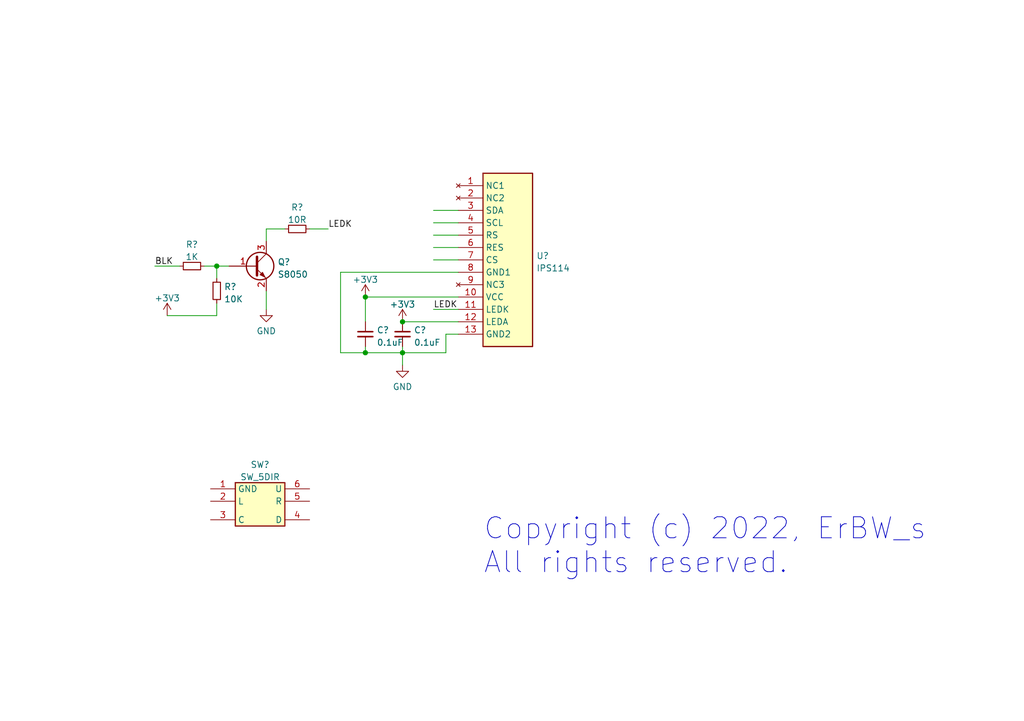
<source format=kicad_sch>
(kicad_sch (version 20211123) (generator eeschema)
  (paper "A5")
  (lib_symbols
    (symbol "Device:C_Small" (pin_numbers hide) (pin_names (offset 0.254) hide)
      (property "Reference" "C" (at 0.254 1.778 0))
      (property "Value" "C_Small" (at 0.254 -2.032 0))
      (symbol "C_Small_0_1"
        (polyline (pts (xy -1.524 -0.508) (xy 1.524 -0.508)) (stroke (width 0.3302)))
        (polyline (pts (xy -1.524 0.508) (xy 1.524 0.508)) (stroke (width 0.3048)))
      )
      (symbol "C_Small_1_1"
        (pin passive line (at 0 2.54 270) (length 2.032) (name "~") (number "1"))
        (pin passive line (at 0 -2.54 90) (length 2.032) (name "~") (number "2"))
      )
    )
    (symbol "Device:Q_NPN_BEC" (pin_names (offset 0) hide)
      (property "Reference" "Q" (at 5.08 1.27 0))
      (property "Value" "Q_NPN_BEC" (at 5.08 -1.27 0))
      (symbol "Q_NPN_BEC_0_1"
        (polyline (pts (xy 0.635 0.635) (xy 2.54 2.54)))
        (polyline (pts (xy 0.635 -0.635) (xy 2.54 -2.54) (xy 2.54 -2.54)))
        (polyline (pts (xy 0.635 1.905) (xy 0.635 -1.905) (xy 0.635 -1.905)) (stroke (width 0.508)))
        (polyline (pts (xy 1.27 -1.778) (xy 1.778 -1.27) (xy 2.286 -2.286) (xy 1.27 -1.778) (xy 1.27 -1.778)) (fill (type outline)))
        (circle (center 1.27 0) (radius 2.8194) (stroke (width 0.254)))
      )
      (symbol "Q_NPN_BEC_1_1"
        (pin input line (at -5.08 0 0) (length 5.715) (name "B") (number "1"))
        (pin passive line (at 2.54 -5.08 90) (length 2.54) (name "E") (number "2"))
        (pin passive line (at 2.54 5.08 270) (length 2.54) (name "C") (number "3"))
      )
    )
    (symbol "Device:R_Small" (pin_numbers hide) (pin_names (offset 0.254) hide)
      (property "Reference" "R" (at 0.762 0.508 0))
      (property "Value" "R_Small" (at 0.762 -1.016 0))
      (symbol "R_Small_0_1"
        (rectangle (start -0.762 1.778) (end 0.762 -1.778) (stroke (width 0.2032)))
      )
      (symbol "R_Small_1_1"
        (pin passive line (at 0 2.54 270) (length 0.762) (name "~") (number "1"))
        (pin passive line (at 0 -2.54 90) (length 0.762) (name "~") (number "2"))
      )
    )
    (symbol "ErBW_s:IPS114"
      (property "Reference" "U" (at 0 19.05 0))
      (property "Value" "IPS114" (at 0 -19.05 0))
      (symbol "IPS114_0_1"
        (rectangle (start -5.08 17.78) (end 5.08 -17.78) (stroke (width 0.254)) (fill (type background)))
      )
      (symbol "IPS114_1_1"
        (pin no_connect line (at -10.16 15.24 0) (length 5.08) (name "NC1") (number "1"))
        (pin power_in line (at -10.16 -7.62 0) (length 5.08) (name "VCC") (number "10"))
        (pin bidirectional line (at -10.16 -10.16 0) (length 5.08) (name "LEDK") (number "11"))
        (pin power_in line (at -10.16 -12.7 0) (length 5.08) (name "LEDA") (number "12"))
        (pin power_in line (at -10.16 -15.24 0) (length 5.08) (name "GND2") (number "13"))
        (pin no_connect line (at -10.16 12.7 0) (length 5.08) (name "NC2") (number "2"))
        (pin bidirectional line (at -10.16 10.16 0) (length 5.08) (name "SDA") (number "3"))
        (pin bidirectional line (at -10.16 7.62 0) (length 5.08) (name "SCL") (number "4"))
        (pin bidirectional line (at -10.16 5.08 0) (length 5.08) (name "RS") (number "5"))
        (pin bidirectional line (at -10.16 2.54 0) (length 5.08) (name "RES") (number "6"))
        (pin bidirectional line (at -10.16 0 0) (length 5.08) (name "CS") (number "7"))
        (pin power_in line (at -10.16 -2.54 0) (length 5.08) (name "GND1") (number "8"))
        (pin no_connect line (at -10.16 -5.08 0) (length 5.08) (name "NC3") (number "9"))
      )
    )
    (symbol "ErBW_s:SW_5DIR"
      (property "Reference" "SW" (at -5.08 5.08 0))
      (property "Value" "SW_5DIR" (at 2.54 5.08 0))
      (symbol "SW_5DIR_0_0"
        (pin power_in line (at -10.16 2.54 0) (length 5.08) (name "GND") (number "1"))
        (pin passive line (at -10.16 0 0) (length 5.08) (name "L") (number "2"))
        (pin passive line (at -10.16 -3.81 0) (length 5.08) (name "C") (number "3"))
        (pin passive line (at 10.16 -3.81 180) (length 5.08) (name "D") (number "4"))
        (pin passive line (at 10.16 0 180) (length 5.08) (name "R") (number "5"))
        (pin passive line (at 10.16 2.54 180) (length 5.08) (name "U") (number "6"))
      )
      (symbol "SW_5DIR_0_1"
        (rectangle (start -5.08 3.81) (end 5.08 -5.08) (stroke (width 0.254)) (fill (type background)))
      )
    )
    (symbol "power:+3V3" (power) (pin_names (offset 0))
      (property "Value" "+3V3" (at 0 3.556 0))
      (symbol "+3V3_0_1"
        (polyline (pts (xy -0.762 1.27) (xy 0 2.54)))
        (polyline (pts (xy 0 0) (xy 0 2.54)))
        (polyline (pts (xy 0 2.54) (xy 0.762 1.27)))
      )
      (symbol "+3V3_1_1"
        (pin power_in line (at 0 0 90) (length 0) hide (name "+3V3") (number "1"))
      )
    )
    (symbol "power:GND" (power) (pin_names (offset 0))
      (property "Value" "GND" (at 0 -3.81 0))
      (symbol "GND_0_1"
        (polyline (pts (xy 0 0) (xy 0 -1.27) (xy 1.27 -1.27) (xy 0 -2.54) (xy -1.27 -1.27) (xy 0 -1.27)))
      )
      (symbol "GND_1_1"
        (pin power_in line (at 0 0 270) (length 0) hide (name "GND") (number "1"))
      )
    )
  )
  (junction (at 74.93 60.96))
  (junction (at 44.45 54.61))
  (junction (at 74.93 72.39))
  (junction (at 82.55 72.39))
  (junction (at 82.55 66.04))
  (wire (pts (xy 74.93 72.39) (xy 82.55 72.39)))
  (wire (pts (xy 91.44 68.58) (xy 93.98 68.58)))
  (wire (pts (xy 88.9 50.8) (xy 93.98 50.8)))
  (wire (pts (xy 74.93 60.96) (xy 93.98 60.96)))
  (wire (pts (xy 63.5 46.99) (xy 67.31 46.99)))
  (wire (pts (xy 54.61 49.53) (xy 54.61 46.99)))
  (wire (pts (xy 31.75 54.61) (xy 36.83 54.61)))
  (wire (pts (xy 69.85 55.88) (xy 69.85 72.39)))
  (wire (pts (xy 82.55 71.12) (xy 82.55 72.39)))
  (wire (pts (xy 44.45 54.61) (xy 46.99 54.61)))
  (wire (pts (xy 88.9 43.18) (xy 93.98 43.18)))
  (wire (pts (xy 74.93 66.04) (xy 74.93 60.96)))
  (wire (pts (xy 44.45 64.77) (xy 44.45 62.23)))
  (wire (pts (xy 34.29 64.77) (xy 44.45 64.77)))
  (wire (pts (xy 88.9 63.5) (xy 93.98 63.5)))
  (wire (pts (xy 91.44 68.58) (xy 91.44 72.39)))
  (wire (pts (xy 54.61 46.99) (xy 58.42 46.99)))
  (wire (pts (xy 93.98 55.88) (xy 69.85 55.88)))
  (wire (pts (xy 82.55 72.39) (xy 91.44 72.39)))
  (wire (pts (xy 82.55 66.04) (xy 93.98 66.04)))
  (wire (pts (xy 88.9 53.34) (xy 93.98 53.34)))
  (wire (pts (xy 88.9 48.26) (xy 93.98 48.26)))
  (wire (pts (xy 88.9 45.72) (xy 93.98 45.72)))
  (wire (pts (xy 82.55 72.39) (xy 82.55 74.93)))
  (wire (pts (xy 54.61 59.69) (xy 54.61 63.5)))
  (wire (pts (xy 69.85 72.39) (xy 74.93 72.39)))
  (wire (pts (xy 74.93 71.12) (xy 74.93 72.39)))
  (wire (pts (xy 44.45 54.61) (xy 44.45 57.15)))
  (wire (pts (xy 41.91 54.61) (xy 44.45 54.61)))
  (text "Copyright (c) 2022, ErBW_s\nAll rights reserved." (at 99.06 118.11 0) (effects (font (size 4.318 4.318)) (justify left bottom)))
  (label "LEDK" (at 88.9 63.5 0))
  (label "BLK" (at 31.75 54.61 0))
  (label "LEDK" (at 67.31 46.99 0))
  (symbol (lib_id "ErBW_s:SW_5DIR") (at 53.34 102.87 0) (unit 1)
    (property "Reference" "SW?" (at 53.34 95.3602 0))
    (property "Value" "SW_5DIR" (at 53.34 97.8971 0))
    (property "Footprint" "ErBW_s:SW_5DIR" (effects hide))
  )
  (symbol (lib_id "ErBW_s:IPS114") (at 104.14 53.34 0) (unit 1)
    (property "Reference" "U?" (at 109.982 52.5053 0) (effects (justify left)))
    (property "Value" "IPS114" (at 109.982 55.0422 0) (effects (justify left)))
    (property "Footprint" "ErBW_s:IPS114" (effects hide))
  )
  (symbol (lib_id "Device:R_Small") (at 39.37 54.61 90) (unit 1)
    (property "Reference" "R?" (at 39.37 50.1736 90))
    (property "Value" "1K" (at 39.37 52.7105 90))
  )
  (symbol (lib_id "power:+3V3") (at 34.29 64.77 0) (unit 1)
    (property "Reference" "#PWR?" (effects hide))
    (property "Value" "+3V3" (at 34.29 61.1942 0))
  )
  (symbol (lib_id "Device:C_Small") (at 74.93 68.58 0) (unit 1)
    (property "Reference" "C?" (at 77.2541 67.7516 0) (effects (justify left)))
    (property "Value" "0.1uF" (at 77.2541 70.2885 0) (effects (justify left)))
  )
  (symbol (lib_id "Device:R_Small") (at 44.45 59.69 180) (unit 1)
    (property "Reference" "R?" (at 45.9486 58.8553 0) (effects (justify right)))
    (property "Value" "10K" (at 45.9486 61.3922 0) (effects (justify right)))
  )
  (symbol (lib_id "power:+3V3") (at 74.93 60.96 0) (unit 1)
    (property "Reference" "#PWR?" (effects hide))
    (property "Value" "+3V3" (at 74.93 57.3842 0))
  )
  (symbol (lib_id "Device:C_Small") (at 82.55 68.58 0) (unit 1)
    (property "Reference" "C?" (at 84.8741 67.7516 0) (effects (justify left)))
    (property "Value" "0.1uF" (at 84.8741 70.2885 0) (effects (justify left)))
  )
  (symbol (lib_id "power:GND") (at 82.55 74.93 0) (unit 1)
    (property "Reference" "#PWR?" (effects hide))
    (property "Value" "GND" (at 82.55 79.3734 0))
  )
  (symbol (lib_id "power:GND") (at 54.61 63.5 0) (unit 1)
    (property "Reference" "#PWR?" (effects hide))
    (property "Value" "GND" (at 54.61 67.9434 0))
  )
  (symbol (lib_id "Device:Q_NPN_BEC") (at 52.07 54.61 0) (unit 1)
    (property "Reference" "Q?" (at 56.9214 53.7753 0) (effects (justify left)))
    (property "Value" "S8050" (at 56.9214 56.3122 0) (effects (justify left)))
    (property "Footprint" "Package_TO_SOT_SMD:SOT-23" (effects hide))
  )
  (symbol (lib_id "Device:R_Small") (at 60.96 46.99 90) (unit 1)
    (property "Reference" "R?" (at 60.96 42.5536 90))
    (property "Value" "10R" (at 60.96 45.0905 90))
  )
  (symbol (lib_id "power:+3V3") (at 82.55 66.04 0) (unit 1)
    (property "Reference" "#PWR?" (effects hide))
    (property "Value" "+3V3" (at 82.55 62.4642 0))
  )
)
</source>
